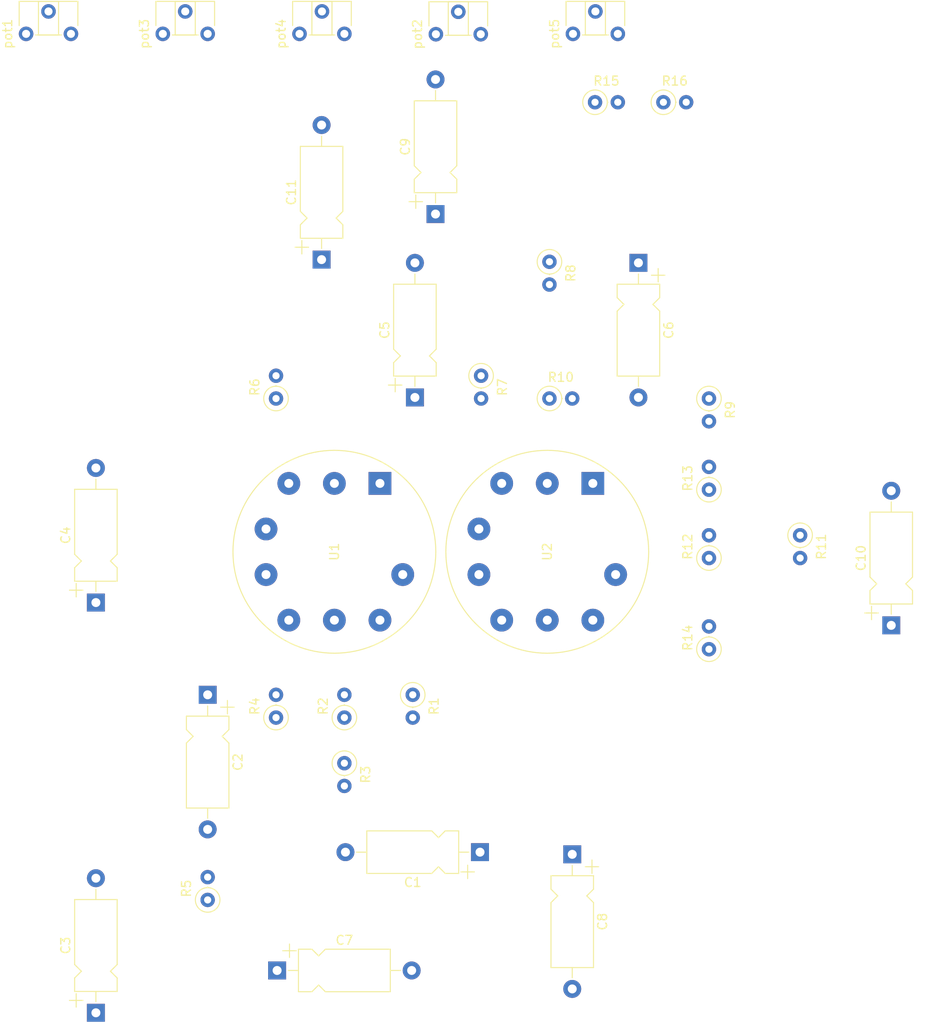
<source format=kicad_pcb>
(kicad_pcb (version 20221018) (generator pcbnew)
  (layers (0 "F.Cu" signal) (31 "B.Cu" signal) (34 "B.Paste" user) (35 "F.Paste" user) (36 "B.SilkS" user "B.Silkscreen") (37 "F.SilkS" user "F.Silkscreen") (38 "B.Mask" user) (39 "F.Mask" user) (44 "Edge.Cuts" user))
  (net 0 "")
  (net 1 "Net-(U1A-K)")
  (net 2 "Earth")
  (net 3 "Net-(U1A-A)")
  (net 4 "Net-(C2-Pad2)")
  (net 5 "Net-(C3-Pad2)")
  (net 6 "Net-(U1B-G)")
  (net 7 "Net-(U1B-A)")
  (net 8 "Net-(U2B-G)")
  (net 9 "Net-(C7-Pad1)")
  (net 10 "Net-(U2A-A)")
  (net 11 "Net-(U2A-K)")
  (net 12 "Net-(C9-Pad2)")
  (net 13 "Net-(C10-Pad1)")
  (net 14 "Net-(C10-Pad2)")
  (net 15 "Net-(C11-Pad2)")
  (net 16 "Net-(C5-Pad2)")
  (net 17 "Net-(U1A-G)")
  (net 18 "Net-(U1B-K)")
  (net 19 "Net-(U2B-K)")
  (net 20 "Net-(U2A-G)")
  (net 21 "Net-(pot2-Pad2)")
  (net 22 "Net-(pot3-Pad3)")
  (net 23 "Net-(R2-Pad1)")
  (net 24 "Net-(R15-Pad1)")
  (net 25 "Net-(R15-Pad2)")
  (footprint "Resistor_THT:R_Axial_DIN0207_L6.3mm_D2.5mm_P2.54mm_Vertical" (layer "F.Cu") (at 127 93.98 90)
    (fp_text reference "R2" (at 1.27 -2.37 90) (layer "F.SilkS"))
    (fp_text value "68k")
    (fp_line (start 1.37 0) (end 1.44 0) (stroke (width 0.12)) (layer "F.SilkS"))
    (fp_circle (center 0 0) (end 1.37 0) (stroke (width 0.12)) (fill none) (layer "F.SilkS"))
    (pad "1" thru_hole circle (at 0 0 90) (size 1.6 1.6) (drill 0.8) (layers "*.Cu" "*.Mask") (net 23 "Net-(R2-Pad1)"))
    (pad "2" thru_hole oval (at 2.54 0 90) (size 1.6 1.6) (drill 0.8) (layers "*.Cu" "*.Mask") (net 17 "Net-(U1A-G)"))
  )
  (footprint "Capacitor_THT:CP_Axial_L10.0mm_D4.5mm_P15.00mm_Horizontal" (layer "F.Cu") (at 159.7775 43.3 -90)
    (fp_text reference "C6" (at 7.5 -3.37 90) (layer "F.SilkS"))
    (fp_text value "470p")
    (fp_line (start 0.63 -2.2) (end 2.13 -2.2) (stroke (width 0.12)) (layer "F.SilkS"))
    (fp_line (start 1.24 0) (end 2.38 0) (stroke (width 0.12)) (layer "F.SilkS"))
    (fp_line (start 1.38 -2.95) (end 1.38 -1.45) (stroke (width 0.12)) (layer "F.SilkS"))
    (fp_line (start 2.38 -2.37) (end 2.38 2.37) (stroke (width 0.12)) (layer "F.SilkS"))
    (fp_line (start 2.38 -2.37) (end 3.88 -2.37) (stroke (width 0.12)) (layer "F.SilkS"))
    (fp_line (start 2.38 2.37) (end 3.88 2.37) (stroke (width 0.12)) (layer "F.SilkS"))
    (fp_line (start 3.88 -2.37) (end 4.63 -1.62) (stroke (width 0.12)) (layer "F.SilkS"))
    (fp_line (start 3.88 2.37) (end 4.63 1.62) (stroke (width 0.12)) (layer "F.SilkS"))
    (fp_line (start 4.63 -1.62) (end 5.38 -2.37) (stroke (width 0.12)) (layer "F.SilkS"))
    (fp_line (start 4.63 1.62) (end 5.38 2.37) (stroke (width 0.12)) (layer "F.SilkS"))
    (fp_line (start 5.38 -2.37) (end 12.62 -2.37) (stroke (width 0.12)) (layer "F.SilkS"))
    (fp_line (start 5.38 2.37) (end 12.62 2.37) (stroke (width 0.12)) (layer "F.SilkS"))
    (fp_line (start 12.62 -2.37) (end 12.62 2.37) (stroke (width 0.12)) (layer "F.SilkS"))
    (fp_line (start 13.76 0) (end 12.62 0) (stroke (width 0.12)) (layer "F.SilkS"))
    (pad "1" thru_hole rect (at 0 0 270) (size 2 2) (drill 1) (layers "*.Cu" "*.Mask") (net 16 "Net-(C5-Pad2)"))
    (pad "2" thru_hole oval (at 15 0 270) (size 2 2) (drill 1) (layers "*.Cu" "*.Mask") (net 8 "Net-(U2B-G)"))
  )
  (footprint "Capacitor_THT:CP_Axial_L10.0mm_D4.5mm_P15.00mm_Horizontal" (layer "F.Cu") (at 99.3025 126.88 90)
    (fp_text reference "C3" (at 7.5 -3.37 90) (layer "F.SilkS"))
    (fp_text value "470p")
    (fp_line (start 0.63 -2.2) (end 2.13 -2.2) (stroke (width 0.12)) (layer "F.SilkS"))
    (fp_line (start 1.24 0) (end 2.38 0) (stroke (width 0.12)) (layer "F.SilkS"))
    (fp_line (start 1.38 -2.95) (end 1.38 -1.45) (stroke (width 0.12)) (layer "F.SilkS"))
    (fp_line (start 2.38 -2.37) (end 2.38 2.37) (stroke (width 0.12)) (layer "F.SilkS"))
    (fp_line (start 2.38 -2.37) (end 3.88 -2.37) (stroke (width 0.12)) (layer "F.SilkS"))
    (fp_line (start 2.38 2.37) (end 3.88 2.37) (stroke (width 0.12)) (layer "F.SilkS"))
    (fp_line (start 3.88 -2.37) (end 4.63 -1.62) (stroke (width 0.12)) (layer "F.SilkS"))
    (fp_line (start 3.88 2.37) (end 4.63 1.62) (stroke (width 0.12)) (layer "F.SilkS"))
    (fp_line (start 4.63 -1.62) (end 5.38 -2.37) (stroke (width 0.12)) (layer "F.SilkS"))
    (fp_line (start 4.63 1.62) (end 5.38 2.37) (stroke (width 0.12)) (layer "F.SilkS"))
    (fp_line (start 5.38 -2.37) (end 12.62 -2.37) (stroke (width 0.12)) (layer "F.SilkS"))
    (fp_line (start 5.38 2.37) (end 12.62 2.37) (stroke (width 0.12)) (layer "F.SilkS"))
    (fp_line (start 12.62 -2.37) (end 12.62 2.37) (stroke (width 0.12)) (layer "F.SilkS"))
    (fp_line (start 13.76 0) (end 12.62 0) (stroke (width 0.12)) (layer "F.SilkS"))
    (pad "1" thru_hole rect (at 0 0 90) (size 2 2) (drill 1) (layers "*.Cu" "*.Mask") (net 4 "Net-(C2-Pad2)"))
    (pad "2" thru_hole oval (at 15 0 90) (size 2 2) (drill 1) (layers "*.Cu" "*.Mask") (net 5 "Net-(C3-Pad2)"))
  )
  (footprint "Resistor_THT:R_Axial_DIN0207_L6.3mm_D2.5mm_P2.54mm_Vertical" (layer "F.Cu") (at 149.86 58.42)
    (fp_text reference "R10" (at 1.27 -2.37) (layer "F.SilkS"))
    (fp_text value "820")
    (fp_line (start 1.37 0) (end 1.44 0) (stroke (width 0.12)) (layer "F.SilkS"))
    (fp_circle (center 0 0) (end 1.37 0) (stroke (width 0.12)) (fill none) (layer "F.SilkS"))
    (pad "1" thru_hole circle (at 0 0) (size 1.6 1.6) (drill 0.8) (layers "*.Cu" "*.Mask") (net 19 "Net-(U2B-K)"))
    (pad "2" thru_hole oval (at 2.54 0) (size 1.6 1.6) (drill 0.8) (layers "*.Cu" "*.Mask") (net 2 "Earth"))
  )
  (footprint "Potentiometer_THT:Potentiometer_ACP_CA6-H2,5_Horizontal" (layer "F.Cu") (at 137.2 17.82 90)
    (fp_text reference "pot2" (at 0 -2.06 90) (layer "F.SilkS"))
    (fp_text value "220k")
    (fp_line (start -0.121 1.066) (end -0.121 3.935) (stroke (width 0.12)) (layer "F.SilkS"))
    (fp_line (start -0.121 1.38) (end -0.121 3.62) (stroke (width 0.12)) (layer "F.SilkS"))
    (fp_line (start -0.121 1.38) (end 3.62 1.38) (stroke (width 0.12)) (layer "F.SilkS"))
    (fp_line (start -0.121 3.62) (end 3.62 3.62) (stroke (width 0.12)) (layer "F.SilkS"))
    (fp_line (start 0.925 -0.77) (end 3.62 -0.77) (stroke (width 0.12)) (layer "F.SilkS"))
    (fp_line (start 0.925 5.77) (end 3.62 5.77) (stroke (width 0.12)) (layer "F.SilkS"))
    (fp_line (start 3.62 -0.77) (end 3.62 5.77) (stroke (width 0.12)) (layer "F.SilkS"))
    (fp_line (start 3.62 1.38) (end 3.62 3.62) (stroke (width 0.12)) (layer "F.SilkS"))
    (pad "1" thru_hole circle (at 0 0 90) (size 1.62 1.62) (drill 0.9) (layers "*.Cu" "*.Mask") (net 12 "Net-(C9-Pad2)"))
    (pad "2" thru_hole circle (at 2.5 2.5 90) (size 1.62 1.62) (drill 0.9) (layers "*.Cu" "*.Mask") (net 21 "Net-(pot2-Pad2)"))
    (pad "3" thru_hole circle (at 0 5 90) (size 1.62 1.62) (drill 0.9) (layers "*.Cu" "*.Mask") (net 14 "Net-(C10-Pad2)"))
  )
  (footprint "Resistor_THT:R_Axial_DIN0207_L6.3mm_D2.5mm_P2.54mm_Vertical" (layer "F.Cu") (at 134.62 91.44 -90)
    (fp_text reference "R1" (at 1.27 -2.37 90) (layer "F.SilkS"))
    (fp_text value "2k7")
    (fp_line (start 1.37 0) (end 1.44 0) (stroke (width 0.12)) (layer "F.SilkS"))
    (fp_circle (center 0 0) (end 1.37 0) (stroke (width 0.12)) (fill none) (layer "F.SilkS"))
    (pad "1" thru_hole circle (at 0 0 270) (size 1.6 1.6) (drill 0.8) (layers "*.Cu" "*.Mask") (net 1 "Net-(U1A-K)"))
    (pad "2" thru_hole oval (at 2.54 0 270) (size 1.6 1.6) (drill 0.8) (layers "*.Cu" "*.Mask") (net 2 "Earth"))
  )
  (footprint "Potentiometer_THT:Potentiometer_ACP_CA6-H2,5_Horizontal" (layer "F.Cu") (at 152.48 17.78 90)
    (fp_text reference "pot5" (at 0 -2.06 90) (layer "F.SilkS"))
    (fp_text value "1M/log")
    (fp_line (start -0.121 1.066) (end -0.121 3.935) (stroke (width 0.12)) (layer "F.SilkS"))
    (fp_line (start -0.121 1.38) (end -0.121 3.62) (stroke (width 0.12)) (layer "F.SilkS"))
    (fp_line (start -0.121 1.38) (end 3.62 1.38) (stroke (width 0.12)) (layer "F.SilkS"))
    (fp_line (start -0.121 3.62) (end 3.62 3.62) (stroke (width 0.12)) (layer "F.SilkS"))
    (fp_line (start 0.925 -0.77) (end 3.62 -0.77) (stroke (width 0.12)) (layer "F.SilkS"))
    (fp_line (start 0.925 5.77) (end 3.62 5.77) (stroke (width 0.12)) (layer "F.SilkS"))
    (fp_line (start 3.62 -0.77) (end 3.62 5.77) (stroke (width 0.12)) (layer "F.SilkS"))
    (fp_line (start 3.62 1.38) (end 3.62 3.62) (stroke (width 0.12)) (layer "F.SilkS"))
    (pad "1" thru_hole circle (at 0 0 90) (size 1.62 1.62) (drill 0.9) (layers "*.Cu" "*.Mask") (net 21 "Net-(pot2-Pad2)"))
    (pad "2" thru_hole circle (at 2.5 2.5 90) (size 1.62 1.62) (drill 0.9) (layers "*.Cu" "*.Mask") (net 24 "Net-(R15-Pad1)"))
    (pad "3" thru_hole circle (at 0 5 90) (size 1.62 1.62) (drill 0.9) (layers "*.Cu" "*.Mask") (net 2 "Earth"))
  )
  (footprint "Capacitor_THT:CP_Axial_L10.0mm_D4.5mm_P15.00mm_Horizontal" (layer "F.Cu") (at 119.5 122.1625)
    (fp_text reference "C7" (at 7.5 -3.37) (layer "F.SilkS"))
    (fp_text value "50u")
    (fp_line (start 0.63 -2.2) (end 2.13 -2.2) (stroke (width 0.12)) (layer "F.SilkS"))
    (fp_line (start 1.24 0) (end 2.38 0) (stroke (width 0.12)) (layer "F.SilkS"))
    (fp_line (start 1.38 -2.95) (end 1.38 -1.45) (stroke (width 0.12)) (layer "F.SilkS"))
    (fp_line (start 2.38 -2.37) (end 2.38 2.37) (stroke (width 0.12)) (layer "F.SilkS"))
    (fp_line (start 2.38 -2.37) (end 3.88 -2.37) (stroke (width 0.12)) (layer "F.SilkS"))
    (fp_line (start 2.38 2.37) (end 3.88 2.37) (stroke (width 0.12)) (layer "F.SilkS"))
    (fp_line (start 3.88 -2.37) (end 4.63 -1.62) (stroke (width 0.12)) (layer "F.SilkS"))
    (fp_line (start 3.88 2.37) (end 4.63 1.62) (stroke (width 0.12)) (layer "F.SilkS"))
    (fp_line (start 4.63 -1.62) (end 5.38 -2.37) (stroke (width 0.12)) (layer "F.SilkS"))
    (fp_line (start 4.63 1.62) (end 5.38 2.37) (stroke (width 0.12)) (layer "F.SilkS"))
    (fp_line (start 5.38 -2.37) (end 12.62 -2.37) (stroke (width 0.12)) (layer "F.SilkS"))
    (fp_line (start 5.38 2.37) (end 12.62 2.37) (stroke (width 0.12)) (layer "F.SilkS"))
    (fp_line (start 12.62 -2.37) (end 12.62 2.37) (stroke (width 0.12)) (layer "F.SilkS"))
    (fp_line (start 13.76 0) (end 12.62 0) (stroke (width 0.12)) (layer "F.SilkS"))
    (pad "1" thru_hole rect (at 0 0) (size 2 2) (drill 1) (layers "*.Cu" "*.Mask") (net 9 "Net-(C7-Pad1)"))
    (pad "2" thru_hole oval (at 15 0) (size 2 2) (drill 1) (layers "*.Cu" "*.Mask") (net 2 "Earth"))
  )
  (footprint "Resistor_THT:R_Axial_DIN0207_L6.3mm_D2.5mm_P2.54mm_Vertical" (layer "F.Cu") (at 119.38 93.98 90)
    (fp_text reference "R4" (at 1.27 -2.37 90) (layer "F.SilkS"))
    (fp_text value "100k")
    (fp_line (start 1.37 0) (end 1.44 0) (stroke (width 0.12)) (layer "F.SilkS"))
    (fp_circle (center 0 0) (end 1.37 0) (stroke (width 0.12)) (fill none) (layer "F.SilkS"))
    (pad "1" thru_hole circle (at 0 0 90) (size 1.6 1.6) (drill 0.8) (layers "*.Cu" "*.Mask") (net 9 "Net-(C7-Pad1)"))
    (pad "2" thru_hole oval (at 2.54 0 90) (size 1.6 1.6) (drill 0.8) (layers "*.Cu" "*.Mask") (net 3 "Net-(U1A-A)"))
  )
  (footprint "Capacitor_THT:CP_Axial_L10.0mm_D4.5mm_P15.00mm_Horizontal" (layer "F.Cu") (at 137.16 37.86 90)
    (fp_text reference "C9" (at 7.5 -3.37 90) (layer "F.SilkS"))
    (fp_text value "470p")
    (fp_line (start 0.63 -2.2) (end 2.13 -2.2) (stroke (width 0.12)) (layer "F.SilkS"))
    (fp_line (start 1.24 0) (end 2.38 0) (stroke (width 0.12)) (layer "F.SilkS"))
    (fp_line (start 1.38 -2.95) (end 1.38 -1.45) (stroke (width 0.12)) (layer "F.SilkS"))
    (fp_line (start 2.38 -2.37) (end 2.38 2.37) (stroke (width 0.12)) (layer "F.SilkS"))
    (fp_line (start 2.38 -2.37) (end 3.88 -2.37) (stroke (width 0.12)) (layer "F.SilkS"))
    (fp_line (start 2.38 2.37) (end 3.88 2.37) (stroke (width 0.12)) (layer "F.SilkS"))
    (fp_line (start 3.88 -2.37) (end 4.63 -1.62) (stroke (width 0.12)) (layer "F.SilkS"))
    (fp_line (start 3.88 2.37) (end 4.63 1.62) (stroke (width 0.12)) (layer "F.SilkS"))
    (fp_line (start 4.63 -1.62) (end 5.38 -2.37) (stroke (width 0.12)) (layer "F.SilkS"))
    (fp_line (start 4.63 1.62) (end 5.38 2.37) (stroke (width 0.12)) (layer "F.SilkS"))
    (fp_line (start 5.38 -2.37) (end 12.62 -2.37) (stroke (width 0.12)) (layer "F.SilkS"))
    (fp_line (start 5.38 2.37) (end 12.62 2.37) (stroke (width 0.12)) (layer "F.SilkS"))
    (fp_line (start 12.62 -2.37) (end 12.62 2.37) (stroke (width 0.12)) (layer "F.SilkS"))
    (fp_line (start 13.76 0) (end 12.62 0) (stroke (width 0.12)) (layer "F.SilkS"))
    (pad "1" thru_hole rect (at 0 0 90) (size 2 2) (drill 1) (layers "*.Cu" "*.Mask") (net 11 "Net-(U2A-K)"))
    (pad "2" thru_hole oval (at 15 0 90) (size 2 2) (drill 1) (layers "*.Cu" "*.Mask") (net 12 "Net-(C9-Pad2)"))
  )
  (footprint "Resistor_THT:R_Axial_DIN0207_L6.3mm_D2.5mm_P2.54mm_Vertical" (layer "F.Cu") (at 119.38 58.42 90)
    (fp_text reference "R6" (at 1.27 -2.37 90) (layer "F.SilkS"))
    (fp_text value "10k")
    (fp_line (start 1.37 0) (end 1.44 0) (stroke (width 0.12)) (layer "F.SilkS"))
    (fp_circle (center 0 0) (end 1.37 0) (stroke (width 0.12)) (fill none) (layer "F.SilkS"))
    (pad "1" thru_hole circle (at 0 0 90) (size 1.6 1.6) (drill 0.8) (layers "*.Cu" "*.Mask") (net 18 "Net-(U1B-K)"))
    (pad "2" thru_hole oval (at 2.54 0 90) (size 1.6 1.6) (drill 0.8) (layers "*.Cu" "*.Mask") (net 2 "Earth"))
  )
  (footprint "Resistor_THT:R_Axial_DIN0207_L6.3mm_D2.5mm_P2.54mm_Vertical" (layer "F.Cu") (at 111.76 114.3 90)
    (fp_text reference "R5" (at 1.27 -2.37 90) (layer "F.SilkS"))
    (fp_text value "470k")
    (fp_line (start 1.37 0) (end 1.44 0) (stroke (width 0.12)) (layer "F.SilkS"))
    (fp_circle (center 0 0) (end 1.37 0) (stroke (width 0.12)) (fill none) (layer "F.SilkS"))
    (pad "1" thru_hole circle (at 0 0 90) (size 1.6 1.6) (drill 0.8) (layers "*.Cu" "*.Mask") (net 4 "Net-(C2-Pad2)"))
    (pad "2" thru_hole oval (at 2.54 0 90) (size 1.6 1.6) (drill 0.8) (layers "*.Cu" "*.Mask") (net 5 "Net-(C3-Pad2)"))
  )
  (footprint "Capacitor_THT:CP_Axial_L10.0mm_D4.5mm_P15.00mm_Horizontal" (layer "F.Cu") (at 142.12 108.9775 180)
    (fp_text reference "C1" (at 7.5 -3.37) (layer "F.SilkS"))
    (fp_text value "680n")
    (fp_line (start 0.63 -2.2) (end 2.13 -2.2) (stroke (width 0.12)) (layer "F.SilkS"))
    (fp_line (start 1.24 0) (end 2.38 0) (stroke (width 0.12)) (layer "F.SilkS"))
    (fp_line (start 1.38 -2.95) (end 1.38 -1.45) (stroke (width 0.12)) (layer "F.SilkS"))
    (fp_line (start 2.38 -2.37) (end 2.38 2.37) (stroke (width 0.12)) (layer "F.SilkS"))
    (fp_line (start 2.38 -2.37) (end 3.88 -2.37) (stroke (width 0.12)) (layer "F.SilkS"))
    (fp_line (start 2.38 2.37) (end 3.88 2.37) (stroke (width 0.12)) (layer "F.SilkS"))
    (fp_line (start 3.88 -2.37) (end 4.63 -1.62) (stroke (width 0.12)) (layer "F.SilkS"))
    (fp_line (start 3.88 2.37) (end 4.63 1.62) (stroke (width 0.12)) (layer "F.SilkS"))
    (fp_line (start 4.63 -1.62) (end 5.38 -2.37) (stroke (width 0.12)) (layer "F.SilkS"))
    (fp_line (start 4.63 1.62) (end 5.38 2.37) (stroke (width 0.12)) (layer "F.SilkS"))
    (fp_line (start 5.38 -2.37) (end 12.62 -2.37) (stroke (width 0.12)) (layer "F.SilkS"))
    (fp_line (start 5.38 2.37) (end 12.62 2.37) (stroke (width 0.12)) (layer "F.SilkS"))
    (fp_line (start 12.62 -2.37) (end 12.62 2.37) (stroke (width 0.12)) (layer "F.SilkS"))
    (fp_line (start 13.76 0) (end 12.62 0) (stroke (width 0.12)) (layer "F.SilkS"))
    (pad "1" thru_hole rect (at 0 0 180) (size 2 2) (drill 1) (layers "*.Cu" "*.Mask") (net 1 "Net-(U1A-K)"))
    (pad "2" thru_hole oval (at 15 0 180) (size 2 2) (drill 1) (layers "*.Cu" "*.Mask") (net 2 "Earth"))
  )
  (footprint "Capacitor_THT:CP_Axial_L10.0mm_D4.5mm_P15.00mm_Horizontal" (layer "F.Cu") (at 152.4 109.22 -90)
    (fp_text reference "C8" (at 7.5 -3.37 90) (layer "F.SilkS"))
    (fp_text value "50u")
    (fp_line (start 0.63 -2.2) (end 2.13 -2.2) (stroke (width 0.12)) (layer "F.SilkS"))
    (fp_line (start 1.24 0) (end 2.38 0) (stroke (width 0.12)) (layer "F.SilkS"))
    (fp_line (start 1.38 -2.95) (end 1.38 -1.45) (stroke (width 0.12)) (layer "F.SilkS"))
    (fp_line (start 2.38 -2.37) (end 2.38 2.37) (stroke (width 0.12)) (layer "F.SilkS"))
    (fp_line (start 2.38 -2.37) (end 3.88 -2.37) (stroke (width 0.12)) (layer "F.SilkS"))
    (fp_line (start 2.38 2.37) (end 3.88 2.37) (stroke (width 0.12)) (layer "F.SilkS"))
    (fp_line (start 3.88 -2.37) (end 4.63 -1.62) (stroke (width 0.12)) (layer "F.SilkS"))
    (fp_line (start 3.88 2.37) (end 4.63 1.62) (stroke (width 0.12)) (layer "F.SilkS"))
    (fp_line (start 4.63 -1.62) (end 5.38 -2.37) (stroke (width 0.12)) (layer "F.SilkS"))
    (fp_line (start 4.63 1.62) (end 5.38 2.37) (stroke (width 0.12)) (layer "F.SilkS"))
    (fp_line (start 5.38 -2.37) (end 12.62 -2.37) (stroke (width 0.12)) (layer "F.SilkS"))
    (fp_line (start 5.38 2.37) (end 12.62 2.37) (stroke (width 0.12)) (layer "F.SilkS"))
    (fp_line (start 12.62 -2.37) (end 12.62 2.37) (stroke (width 0.12)) (layer "F.SilkS"))
    (fp_line (start 13.76 0) (end 12.62 0) (stroke (width 0.12)) (layer "F.SilkS"))
    (pad "1" thru_hole rect (at 0 0 270) (size 2 2) (drill 1) (layers "*.Cu" "*.Mask") (net 10 "Net-(U2A-A)"))
    (pad "2" thru_hole oval (at 15 0 270) (size 2 2) (drill 1) (layers "*.Cu" "*.Mask") (net 2 "Earth"))
  )
  (footprint "Resistor_THT:R_Axial_DIN0207_L6.3mm_D2.5mm_P2.54mm_Vertical" (layer "F.Cu") (at 142.24 55.88 -90)
    (fp_text reference "R7" (at 1.27 -2.37 90) (layer "F.SilkS"))
    (fp_text value "100k")
    (fp_line (start 1.37 0) (end 1.44 0) (stroke (width 0.12)) (layer "F.SilkS"))
    (fp_circle (center 0 0) (end 1.37 0) (stroke (width 0.12)) (fill none) (layer "F.SilkS"))
    (pad "1" thru_hole circle (at 0 0 270) (size 1.6 1.6) (drill 0.8) (layers "*.Cu" "*.Mask") (net 9 "Net-(C7-Pad1)"))
    (pad "2" thru_hole oval (at 2.54 0 270) (size 1.6 1.6) (drill 0.8) (layers "*.Cu" "*.Mask") (net 7 "Net-(U1B-A)"))
  )
  (footprint "Capacitor_THT:CP_Axial_L10.0mm_D4.5mm_P15.00mm_Horizontal" (layer "F.Cu") (at 99.3025 81.16 90)
    (fp_text reference "C4" (at 7.5 -3.37 90) (layer "F.SilkS"))
    (fp_text value "1n")
    (fp_line (start 0.63 -2.2) (end 2.13 -2.2) (stroke (width 0.12)) (layer "F.SilkS"))
    (fp_line (start 1.24 0) (end 2.38 0) (stroke (width 0.12)) (layer "F.SilkS"))
    (fp_line (start 1.38 -2.95) (end 1.38 -1.45) (stroke (width 0.12)) (layer "F.SilkS"))
    (fp_line (start 2.38 -2.37) (end 2.38 2.37) (stroke (width 0.12)) (layer "F.SilkS"))
    (fp_line (start 2.38 -2.37) (end 3.88 -2.37) (stroke (width 0.12)) (layer "F.SilkS"))
    (fp_line (start 2.38 2.37) (end 3.88 2.37) (stroke (width 0.12)) (layer "F.SilkS"))
    (fp_line (start 3.88 -2.37) (end 4.63 -1.62) (stroke (width 0.12)) (layer "F.SilkS"))
    (fp_line (start 3.88 2.37) (end 4.63 1.62) (stroke (width 0.12)) (layer "F.SilkS"))
    (fp_line (start 4.63 -1.62) (end 5.38 -2.37) (stroke (width 0.12)) (layer "F.SilkS"))
    (fp_line (start 4.63 1.62) (end 5.38 2.37) (stroke (width 0.12)) (layer "F.SilkS"))
    (fp_line (start 5.38 -2.37) (end 12.62 -2.37) (stroke (width 0.12)) (layer "F.SilkS"))
    (fp_line (start 5.38 2.37) (end 12.62 2.37) (stroke (width 0.12)) (layer "F.SilkS"))
    (fp_line (start 12.62 -2.37) (end 12.62 2.37) (stroke (width 0.12)) (layer "F.SilkS"))
    (fp_line (start 13.76 0) (end 12.62 0) (stroke (width 0.12)) (layer "F.SilkS"))
    (pad "1" thru_hole rect (at 0 0 90) (size 2 2) (drill 1) (layers "*.Cu" "*.Mask") (net 5 "Net-(C3-Pad2)"))
    (pad "2" thru_hole oval (at 15 0 90) (size 2 2) (drill 1) (layers "*.Cu" "*.Mask") (net 6 "Net-(U1B-G)"))
  )
  (footprint "Resistor_THT:R_Axial_DIN0207_L6.3mm_D2.5mm_P2.54mm_Vertical" (layer "F.Cu") (at 167.64 86.36 90)
    (fp_text reference "R14" (at 1.27 -2.37 90) (layer "F.SilkS"))
    (fp_text value "33k")
    (fp_line (start 1.37 0) (end 1.44 0) (stroke (width 0.12)) (layer "F.SilkS"))
    (fp_circle (center 0 0) (end 1.37 0) (stroke (width 0.12)) (fill none) (layer "F.SilkS"))
    (pad "1" thru_hole circle (at 0 0 90) (size 1.6 1.6) (drill 0.8) (layers "*.Cu" "*.Mask") (net 11 "Net-(U2A-K)"))
    (pad "2" thru_hole oval (at 2.54 0 90) (size 1.6 1.6) (drill 0.8) (layers "*.Cu" "*.Mask") (net 13 "Net-(C10-Pad1)"))
  )
  (footprint "Valve:Valve_Noval_P" (layer "F.Cu") (at 130.965419 67.879581 90)
    (fp_text reference "U1" (at -7.62 -5.08 90) (layer "F.SilkS"))
    (fp_text value "ECC83")
    (fp_circle (center -7.62 -5.08) (end 1.63 1.42) (stroke (width 0.12)) (fill none) (layer "F.SilkS"))
    (pad "1" thru_hole rect (at 0 0 90) (size 2.54 2.54) (drill 1) (layers "*.Cu" "*.Mask") (net 7 "Net-(U1B-A)"))
    (pad "2" thru_hole circle (at 0 -5.08 90) (size 2.54 2.54) (drill 1) (layers "*.Cu" "*.Mask") (net 6 "Net-(U1B-G)"))
    (pad "3" thru_hole circle (at 0 -10.16 90) (size 2.54 2.54) (drill 1) (layers "*.Cu" "*.Mask") (net 18 "Net-(U1B-K)"))
    (pad "4" thru_hole circle (at -5.08 -12.7 90) (size 2.54 2.54) (drill 1) (layers "*.Cu" "*.Mask"))
    (pad "5" thru_hole circle (at -10.16 -12.7 90) (size 2.54 2.54) (drill 1) (layers "*.Cu" "*.Mask"))
    (pad "6" thru_hole circle (at -15.24 -10.16 90) (size 2.54 2.54) (drill 1) (layers "*.Cu" "*.Mask") (net 3 "Net-(U1A-A)"))
    (pad "7" thru_hole circle (at -15.24 -5.08 90) (size 2.54 2.54) (drill 1) (layers "*.Cu" "*.Mask") (net 17 "Net-(U1A-G)"))
    (pad "8" thru_hole circle (at -15.24 0 90) (size 2.54 2.54) (drill 1) (layers "*.Cu" "*.Mask") (net 1 "Net-(U1A-K)"))
    (pad "9" thru_hole circle (at -10.16 2.54 90) (size 2.54 2.54) (drill 1) (layers "*.Cu" "*.Mask"))
  )
  (footprint "Valve:Valve_Noval_P" (layer "F.Cu") (at 154.696257 67.879581 90)
    (fp_text reference "U2" (at -7.62 -5.08 90) (layer "F.SilkS"))
    (fp_text value "ECC83")
    (fp_circle (center -7.62 -5.08) (end 1.63 1.42) (stroke (width 0.12)) (fill none) (layer "F.SilkS"))
    (pad "1" thru_hole rect (at 0 0 90) (size 2.54 2.54) (drill 1) (layers "*.Cu" "*.Mask") (net 20 "Net-(U2A-G)"))
    (pad "2" thru_hole circle (at 0 -5.08 90) (size 2.54 2.54) (drill 1) (layers "*.Cu" "*.Mask") (net 8 "Net-(U2B-G)"))
    (pad "3" thru_hole circle (at 0 -10.16 90) (size 2.54 2.54) (drill 1) (layers "*.Cu" "*.Mask") (net 19 "Net-(U2B-K)"))
    (pad "4" thru_hole circle (at -5.08 -12.7 90) (size 2.54 2.54) (drill 1) (layers "*.Cu" "*.Mask"))
    (pad "5" thru_hole circle (at -10.16 -12.7 90) (size 2.54 2.54) (drill 1) (layers "*.Cu" "*.Mask"))
    (pad "6" thru_hole circle (at -15.24 -10.16 90) (size 2.54 2.54) (drill 1) (layers "*.Cu" "*.Mask") (net 10 "Net-(U2A-A)"))
    (pad "7" thru_hole circle (at -15.24 -5.08 90) (size 2.54 2.54) (drill 1) (layers "*.Cu" "*.Mask") (net 20 "Net-(U2A-G)"))
    (pad "8" thru_hole circle (at -15.24 0 90) (size 2.54 2.54) (drill 1) (layers "*.Cu" "*.Mask") (net 11 "Net-(U2A-K)"))
    (pad "9" thru_hole circle (at -10.16 2.54 90) (size 2.54 2.54) (drill 1) (layers "*.Cu" "*.Mask"))
  )
  (footprint "Resistor_THT:R_Axial_DIN0207_L6.3mm_D2.5mm_P2.54mm_Vertical" (layer "F.Cu") (at 167.64 76.2 90)
    (fp_text reference "R12" (at 1.27 -2.37 90) (layer "F.SilkS"))
    (fp_text value "100k")
    (fp_line (start 1.37 0) (end 1.44 0) (stroke (width 0.12)) (layer "F.SilkS"))
    (fp_circle (center 0 0) (end 1.37 0) (stroke (width 0.12)) (fill none) (layer "F.SilkS"))
    (pad "1" thru_hole circle (at 0 0 90) (size 1.6 1.6) (drill 0.8) (layers "*.Cu" "*.Mask") (net 10 "Net-(U2A-A)"))
    (pad "2" thru_hole oval (at 2.54 0 90) (size 1.6 1.6) (drill 0.8) (layers "*.Cu" "*.Mask") (net 20 "Net-(U2A-G)"))
  )
  (footprint "Resistor_THT:R_Axial_DIN0207_L6.3mm_D2.5mm_P2.54mm_Vertical" (layer "F.Cu") (at 167.64 58.42 -90)
    (fp_text reference "R9" (at 1.27 -2.37 90) (layer "F.SilkS"))
    (fp_text value "470k")
    (fp_line (start 1.37 0) (end 1.44 0) (stroke (width 0.12)) (layer "F.SilkS"))
    (fp_circle (center 0 0) (end 1.37 0) (stroke (width 0.12)) (fill none) (layer "F.SilkS"))
    (pad "1" thru_hole circle (at 0 0 270) (size 1.6 1.6) (drill 0.8) (layers "*.Cu" "*.Mask") (net 8 "Net-(U2B-G)"))
    (pad "2" thru_hole oval (at 2.54 0 270) (size 1.6 1.6) (drill 0.8) (layers "*.Cu" "*.Mask") (net 2 "Earth"))
  )
  (footprint "Resistor_THT:R_Axial_DIN0207_L6.3mm_D2.5mm_P2.54mm_Vertical" (layer "F.Cu") (at 154.94 25.4)
    (fp_text reference "R15" (at 1.27 -2.37) (layer "F.SilkS"))
    (fp_text value "680")
    (fp_line (start 1.37 0) (end 1.44 0) (stroke (width 0.12)) (layer "F.SilkS"))
    (fp_circle (center 0 0) (end 1.37 0) (stroke (width 0.12)) (fill none) (layer "F.SilkS"))
    (pad "1" thru_hole circle (at 0 0) (size 1.6 1.6) (drill 0.8) (layers "*.Cu" "*.Mask") (net 24 "Net-(R15-Pad1)"))
    (pad "2" thru_hole oval (at 2.54 0) (size 1.6 1.6) (drill 0.8) (layers "*.Cu" "*.Mask") (net 25 "Net-(R15-Pad2)"))
  )
  (footprint "Capacitor_THT:CP_Axial_L10.0mm_D4.5mm_P15.00mm_Horizontal" (layer "F.Cu") (at 134.8625 58.3 90)
    (fp_text reference "C5" (at 7.5 -3.37 90) (layer "F.SilkS"))
    (fp_text value "22n")
    (fp_line (start 0.63 -2.2) (end 2.13 -2.2) (stroke (width 0.12)) (layer "F.SilkS"))
    (fp_line (start 1.24 0) (end 2.38 0) (stroke (width 0.12)) (layer "F.SilkS"))
    (fp_line (start 1.38 -2.95) (end 1.38 -1.45) (stroke (width 0.12)) (layer "F.SilkS"))
    (fp_line (start 2.38 -2.37) (end 2.38 2.37) (stroke (width 0.12)) (layer "F.SilkS"))
    (fp_line (start 2.38 -2.37) (end 3.88 -2.37) (stroke (width 0.12)) (layer "F.SilkS"))
    (fp_line (start 2.38 2.37) (end 3.88 2.37) (stroke (width 0.12)) (layer "F.SilkS"))
    (fp_line (start 3.88 -2.37) (end 4.63 -1.62) (stroke (width 0.12)) (layer "F.SilkS"))
    (fp_line (start 3.88 2.37) (end 4.63 1.62) (stroke (width 0.12)) (layer "F.SilkS"))
    (fp_line (start 4.63 -1.62) (end 5.38 -2.37) (stroke (width 0.12)) (layer "F.SilkS"))
    (fp_line (start 4.63 1.62) (end 5.38 2.37) (stroke (width 0.12)) (layer "F.SilkS"))
    (fp_line (start 5.38 -2.37) (end 12.62 -2.37) (stroke (width 0.12)) (layer "F.SilkS"))
    (fp_line (start 5.38 2.37) (end 12.62 2.37) (stroke (width 0.12)) (layer "F.SilkS"))
    (fp_line (start 12.62 -2.37) (end 12.62 2.37) (stroke (width 0.12)) (layer "F.SilkS"))
    (fp_line (start 13.76 0) (end 12.62 0) (stroke (width 0.12)) (layer "F.SilkS"))
    (pad "1" thru_hole rect (at 0 0 90) (size 2 2) (drill 1) (layers "*.Cu" "*.Mask") (net 7 "Net-(U1B-A)"))
    (pad "2" thru_hole oval (at 15 0 90) (size 2 2) (drill 1) (layers "*.Cu" "*.Mask") (net 16 "Net-(C5-Pad2)"))
  )
  (footprint "Capacitor_THT:CP_Axial_L10.0mm_D4.5mm_P15.00mm_Horizontal" (layer "F.Cu") (at 124.46 42.94 90)
    (fp_text reference "C11" (at 7.5 -3.37 90) (layer "F.SilkS"))
    (fp_text value "22n")
    (fp_line (start 0.63 -2.2) (end 2.13 -2.2) (stroke (width 0.12)) (layer "F.SilkS"))
    (fp_line (start 1.24 0) (end 2.38 0) (stroke (width 0.12)) (layer "F.SilkS"))
    (fp_line (start 1.38 -2.95) (end 1.38 -1.45) (stroke (width 0.12)) (layer "F.SilkS"))
    (fp_line (start 2.38 -2.37) (end 2.38 2.37) (stroke (width 0.12)) (layer "F.SilkS"))
    (fp_line (start 2.38 -2.37) (end 3.88 -2.37) (stroke (width 0.12)) (layer "F.SilkS"))
    (fp_line (start 2.38 2.37) (end 3.88 2.37) (stroke (width 0.12)) (layer "F.SilkS"))
    (fp_line (start 3.88 -2.37) (end 4.63 -1.62) (stroke (width 0.12)) (layer "F.SilkS"))
    (fp_line (start 3.88 2.37) (end 4.63 1.62) (stroke (width 0.12)) (layer "F.SilkS"))
    (fp_line (start 4.63 -1.62) (end 5.38 -2.37) (stroke (width 0.12)) (layer "F.SilkS"))
    (fp_line (start 4.63 1.62) (end 5.38 2.37) (stroke (width 0.12)) (layer "F.SilkS"))
    (fp_line (start 5.38 -2.37) (end 12.62 -2.37) (stroke (width 0.12)) (layer "F.SilkS"))
    (fp_line (start 5.38 2.37) (end 12.62 2.37) (stroke (width 0.12)) (layer "F.SilkS"))
    (fp_line (start 12.62 -2.37) (end 12.62 2.37) (stroke (width 0.12)) (layer "F.SilkS"))
    (fp_line (start 13.76 0) (end 12.62 0) (stroke (width 0.12)) (layer "F.SilkS"))
    (pad "1" thru_hole rect (at 0 0 90) (size 2 2) (drill 1) (layers "*.Cu" "*.Mask") (net 13 "Net-(C10-Pad1)"))
    (pad "2" thru_hole oval (at 15 0 90) (size 2 2) (drill 1) (layers "*.Cu" "*.Mask") (net 15 "Net-(C11-Pad2)"))
  )
  (footprint "Potentiometer_THT:Potentiometer_ACP_CA6-H2,5_Horizontal" (layer "F.Cu") (at 106.76 17.78 90)
    (fp_text reference "pot3" (at 0 -2.06 90) (layer "F.SilkS"))
    (fp_text value "1M/log")
    (fp_line (start -0.121 1.066) (end -0.121 3.935) (stroke (width 0.12)) (layer "F.SilkS"))
    (fp_line (start -0.121 1.38) (end -0.121 3.62) (stroke (width 0.12)) (layer "F.SilkS"))
    (fp_line (start -0.121 1.38) (end 3.62 1.38) (stroke (width 0.12)) (layer "F.SilkS"))
    (fp_line (start -0.121 3.62) (end 3.62 3.62) (stroke (width 0.12)) (layer "F.SilkS"))
    (fp_line (start 0.925 -0.77) (end 3.62 -0.77) (stroke (width 0.12)) (layer "F.SilkS"))
    (fp_line (start 0.925 5.77) (end 3.62 5.77) (stroke (width 0.12)) (layer "F.SilkS"))
    (fp_line (start 3.62 -0.77) (end 3.62 5.77) (stroke (width 0.12)) (layer "F.SilkS"))
    (fp_line (start 3.62 1.38) (end 3.62 3.62) (stroke (width 0.12)) (layer "F.SilkS"))
    (pad "1" thru_hole circle (at 0 0 90) (size 1.62 1.62) (drill 0.9) (layers "*.Cu" "*.Mask") (net 14 "Net-(C10-Pad2)"))
    (pad "2" thru_hole circle (at 2.5 2.5 90) (size 1.62 1.62) (drill 0.9) (layers "*.Cu" "*.Mask") (net 14 "Net-(C10-Pad2)"))
    (pad "3" thru_hole circle (at 0 5 90) (size 1.62 1.62) (drill 0.9) (layers "*.Cu" "*.Mask") (net 22 "Net-(pot3-Pad3)"))
  )
  (footprint "Resistor_THT:R_Axial_DIN0207_L6.3mm_D2.5mm_P2.54mm_Vertical" (layer "F.Cu") (at 162.56 25.4)
    (fp_text reference "R16" (at 1.27 -2.37) (layer "F.SilkS"))
    (fp_text value "150")
    (fp_line (start 1.37 0) (end 1.44 0) (stroke (width 0.12)) (layer "F.SilkS"))
    (fp_circle (center 0 0) (end 1.37 0) (stroke (width 0.12)) (fill none) (layer "F.SilkS"))
    (pad "1" thru_hole circle (at 0 0) (size 1.6 1.6) (drill 0.8) (layers "*.Cu" "*.Mask") (net 25 "Net-(R15-Pad2)"))
    (pad "2" thru_hole oval (at 2.54 0) (size 1.6 1.6) (drill 0.8) (layers "*.Cu" "*.Mask") (net 2 "Earth"))
  )
  (footprint "Resistor_THT:R_Axial_DIN0207_L6.3mm_D2.5mm_P2.54mm_Vertical" (layer "F.Cu") (at 149.86 43.18 -90)
    (fp_text reference "R8" (at 1.27 -2.37 90) (layer "F.SilkS"))
    (fp_text value "470k")
    (fp_line (start 1.37 0) (end 1.44 0) (stroke (width 0.12)) (layer "F.SilkS"))
    (fp_circle (center 0 0) (end 1.37 0) (stroke (width 0.12)) (fill none) (layer "F.SilkS"))
    (pad "1" thru_hole circle (at 0 0 270) (size 1.6 1.6) (drill 0.8) (layers "*.Cu" "*.Mask") (net 16 "Net-(C5-Pad2)"))
    (pad "2" thru_hole oval (at 2.54 0 270) (size 1.6 1.6) (drill 0.8) (layers "*.Cu" "*.Mask") (net 8 "Net-(U2B-G)"))
  )
  (footprint "Potentiometer_THT:Potentiometer_ACP_CA6-H2,5_Horizontal" (layer "F.Cu") (at 91.52 17.78 90)
    (fp_text reference "pot1" (at 0 -2.06 90) (layer "F.SilkS"))
    (fp_text value "1M/log")
    (fp_line (start -0.121 1.066) (end -0.121 3.935) (stroke (width 0.12)) (layer "F.SilkS"))
    (fp_line (start -0.121 1.38) (end -0.121 3.62) (stroke (width 0.12)) (layer "F.SilkS"))
    (fp_line (start -0.121 1.38) (end 3.62 1.38) (stroke (width 0.12)) (layer "F.SilkS"))
    (fp_line (start -0.121 3.62) (end 3.62 3.62) (stroke (width 0.12)) (layer "F.SilkS"))
    (fp_line (start 0.925 -0.77) (end 3.62 -0.77) (stroke (width 0.12)) (layer "F.SilkS"))
    (fp_line (start 0.925 5.77) (end 3.62 5.77) (stroke (width 0.12)) (layer "F.SilkS"))
    (fp_line (start 3.62 -0.77) (end 3.62 5.77) (stroke (width 0.12)) (layer "F.SilkS"))
    (fp_line (start 3.62 1.38) (end 3.62 3.62) (stroke (width 0.12)) (layer "F.SilkS"))
    (pad "1" thru_hole circle (at 0 0 90) (size 1.62 1.62) (drill 0.9) (layers "*.Cu" "*.Mask") (net 5 "Net-(C3-Pad2)"))
    (pad "2" thru_hole circle (at 2.5 2.5 90) (size 1.62 1.62) (drill 0.9) (layers "*.Cu" "*.Mask") (net 6 "Net-(U1B-G)"))
    (pad "3" thru_hole circle (at 0 5 90) (size 1.62 1.62) (drill 0.9) (layers "*.Cu" "*.Mask") (net 2 "Earth"))
  )
  (footprint "Resistor_THT:R_Axial_DIN0207_L6.3mm_D2.5mm_P2.54mm_Vertical" (layer "F.Cu") (at 167.64 68.58 90)
    (fp_text reference "R13" (at 1.27 -2.37 90) (layer "F.SilkS"))
    (fp_text value "100k")
    (fp_line (start 1.37 0) (end 1.44 0) (stroke (width 0.12)) (layer "F.SilkS"))
    (fp_circle (center 0 0) (end 1.37 0) (stroke (width 0.12)) (fill none) (layer "F.SilkS"))
    (pad "1" thru_hole circle (at 0 0 90) (size 1.6 1.6) (drill 0.8) (layers "*.Cu" "*.Mask") (net 11 "Net-(U2A-K)"))
    (pad "2" thru_hole oval (at 2.54 0 90) (size 1.6 1.6) (drill 0.8) (layers "*.Cu" "*.Mask") (net 2 "Earth"))
  )
  (footprint "Potentiometer_THT:Potentiometer_ACP_CA6-H2,5_Horizontal" (layer "F.Cu") (at 122 17.78 90)
    (fp_text reference "pot4" (at 0 -2.06 90) (layer "F.SilkS"))
    (fp_text value "22k")
    (fp_line (start -0.121 1.066) (end -0.121 3.935) (stroke (width 0.12)) (layer "F.SilkS"))
    (fp_line (start -0.121 1.38) (end -0.121 3.62) (stroke (width 0.12)) (layer "F.SilkS"))
    (fp_line (start -0.121 1.38) (end 3.62 1.38) (stroke (width 0.12)) (layer "F.SilkS"))
    (fp_line (start -0.121 3.62) (end 3.62 3.62) (stroke (width 0.12)) (layer "F.SilkS"))
    (fp_line (start 0.925 -0.77) (end 3.62 -0.77) (stroke (width 0.12)) (layer "F.SilkS"))
    (fp_line (start 0.925 5.77) (end 3.62 5.77) (stroke (width 0.12)) (layer "F.SilkS"))
    (fp_line (start 3.62 -0.77) (end 3.62 5.77) (stroke (width 0.12)) (layer "F.SilkS"))
    (fp_line (start 3.62 1.38) (end 3.62 3.62) (stroke (width 0.12)) (layer "F.SilkS"))
    (pad "1" thru_hole circle (at 0 0 90) (size 1.62 1.62) (drill 0.9) (layers "*.Cu" "*.Mask") (net 2 "Earth"))
    (pad "2" thru_hole circle (at 2.5 2.5 90) (size 1.62 1.62) (drill 0.9) (layers "*.Cu" "*.Mask") (net 15 "Net-(C11-Pad2)"))
    (pad "3" thru_hole circle (at 0 5 90) (size 1.62 1.62) (drill 0.9) (layers "*.Cu" "*.Mask") (net 22 "Net-(pot3-Pad3)"))
  )
  (footprint "Resistor_THT:R_Axial_DIN0207_L6.3mm_D2.5mm_P2.54mm_Vertical" (layer "F.Cu") (at 127 99.06 -90)
    (fp_text reference "R3" (at 1.27 -2.37 90) (layer "F.SilkS"))
    (fp_text value "1M")
    (fp_line (start 1.37 0) (end 1.44 0) (stroke (width 0.12)) (layer "F.SilkS"))
    (fp_circle (center 0 0) (end 1.37 0) (stroke (width 0.12)) (fill none) (layer "F.SilkS"))
    (pad "1" thru_hole circle (at 0 0 270) (size 1.6 1.6) (drill 0.8) (layers "*.Cu" "*.Mask") (net 23 "Net-(R2-Pad1)"))
    (pad "2" thru_hole oval (at 2.54 0 270) (size 1.6 1.6) (drill 0.8) (layers "*.Cu" "*.Mask") (net 2 "Earth"))
  )
  (footprint "Capacitor_THT:CP_Axial_L10.0mm_D4.5mm_P15.00mm_Horizontal" (layer "F.Cu") (at 111.76 91.44 -90)
    (fp_text reference "C2" (at 7.5 -3.37 90) (layer "F.SilkS"))
    (fp_text value "22n")
    (fp_line (start 0.63 -2.2) (end 2.13 -2.2) (stroke (width 0.12)) (layer "F.SilkS"))
    (fp_line (start 1.24 0) (end 2.38 0) (stroke (width 0.12)) (layer "F.SilkS"))
    (fp_line (start 1.38 -2.95) (end 1.38 -1.45) (stroke (width 0.12)) (layer "F.SilkS"))
    (fp_line (start 2.38 -2.37) (end 2.38 2.37) (stroke (width 0.12)) (layer "F.SilkS"))
    (fp_line (start 2.38 -2.37) (end 3.88 -2.37) (stroke (width 0.12)) (layer "F.SilkS"))
    (fp_line (start 2.38 2.37) (end 3.88 2.37) (stroke (width 0.12)) (layer "F.SilkS"))
    (fp_line (start 3.88 -2.37) (end 4.63 -1.62) (stroke (width 0.12)) (layer "F.SilkS"))
    (fp_line (start 3.88 2.37) (end 4.63 1.62) (stroke (width 0.12)) (layer "F.SilkS"))
    (fp_line (start 4.63 -1.62) (end 5.38 -2.37) (stroke (width 0.12)) (layer "F.SilkS"))
    (fp_line (start 4.63 1.62) (end 5.38 2.37) (stroke (width 0.12)) (layer "F.SilkS"))
    (fp_line (start 5.38 -2.37) (end 12.62 -2.37) (stroke (width 0.12)) (layer "F.SilkS"))
    (fp_line (start 5.38 2.37) (end 12.62 2.37) (stroke (width 0.12)) (layer "F.SilkS"))
    (fp_line (start 12.62 -2.37) (end 12.62 2.37) (stroke (width 0.12)) (layer "F.SilkS"))
    (fp_line (start 13.76 0) (end 12.62 0) (stroke (width 0.12)) (layer "F.SilkS"))
    (pad "1" thru_hole rect (at 0 0 270) (size 2 2) (drill 1) (layers "*.Cu" "*.Mask") (net 3 "Net-(U1A-A)"))
    (pad "2" thru_hole oval (at 15 0 270) (size 2 2) (drill 1) (layers "*.Cu" "*.Mask") (net 4 "Net-(C2-Pad2)"))
  )
  (footprint "Capacitor_THT:CP_Axial_L10.0mm_D4.5mm_P15.00mm_Horizontal" (layer "F.Cu") (at 187.96 83.7 90)
    (fp_text reference "C10" (at 7.5 -3.37 90) (layer "F.SilkS"))
    (fp_text value "22n")
    (fp_line (start 0.63 -2.2) (end 2.13 -2.2) (stroke (width 0.12)) (layer "F.SilkS"))
    (fp_line (start 1.24 0) (end 2.38 0) (stroke (width 0.12)) (layer "F.SilkS"))
    (fp_line (start 1.38 -2.95) (end 1.38 -1.45) (stroke (width 0.12)) (layer "F.SilkS"))
    (fp_line (start 2.38 -2.37) (end 2.38 2.37) (stroke (width 0.12)) (layer "F.SilkS"))
    (fp_line (start 2.38 -2.37) (end 3.88 -2.37) (stroke (width 0.12)) (layer "F.SilkS"))
    (fp_line (start 2.38 2.37) (end 3.88 2.37) (stroke (width 0.12)) (layer "F.SilkS"))
    (fp_line (start 3.88 -2.37) (end 4.63 -1.62) (stroke (width 0.12)) (layer "F.SilkS"))
    (fp_line (start 3.88 2.37) (end 4.63 1.62) (stroke (width 0.12)) (layer "F.SilkS"))
    (fp_line (start 4.63 -1.62) (end 5.38 -2.37) (stroke (width 0.12)) (layer "F.SilkS"))
    (fp_line (start 4.63 1.62) (end 5.38 2.37) (stroke (width 0.12)) (layer "F.SilkS"))
    (fp_line (start 5.38 -2.37) (end 12.62 -2.37) (stroke (width 0.12)) (layer "F.SilkS"))
    (fp_line (start 5.38 2.37) (end 12.62 2.37) (stroke (width 0.12)) (layer "F.SilkS"))
    (fp_line (start 12.62 -2.37) (end 12.62 2.37) (stroke (width 0.12)) (layer "F.SilkS"))
    (fp_line (start 13.76 0) (end 12.62 0) (stroke (width 0.12)) (layer "F.SilkS"))
    (pad "1" thru_hole rect (at 0 0 90) (size 2 2) (drill 1) (layers "*.Cu" "*.Mask") (net 13 "Net-(C10-Pad1)"))
    (pad "2" thru_hole oval (at 15 0 90) (size 2 2) (drill 1) (layers "*.Cu" "*.Mask") (net 14 "Net-(C10-Pad2)"))
  )
  (footprint "Resistor_THT:R_Axial_DIN0207_L6.3mm_D2.5mm_P2.54mm_Vertical" (layer "F.Cu") (at 177.8 73.66 -90)
    (fp_text reference "R11" (at 1.27 -2.37 90) (layer "F.SilkS"))
    (fp_text value "10k 2W")
    (fp_line (start 1.37 0) (end 1.44 0) (stroke (width 0.12)) (layer "F.SilkS"))
    (fp_circle (center 0 0) (end 1.37 0) (stroke (width 0.12)) (fill none) (layer "F.SilkS"))
    (pad "1" thru_hole circle (at 0 0 270) (size 1.6 1.6) (drill 0.8) (layers "*.Cu" "*.Mask") (net 9 "Net-(C7-Pad1)"))
    (pad "2" thru_hole oval (at 2.54 0 270) (size 1.6 1.6) (drill 0.8) (layers "*.Cu" "*.Mask") (net 10 "Net-(U2A-A)"))
  )
)
</source>
